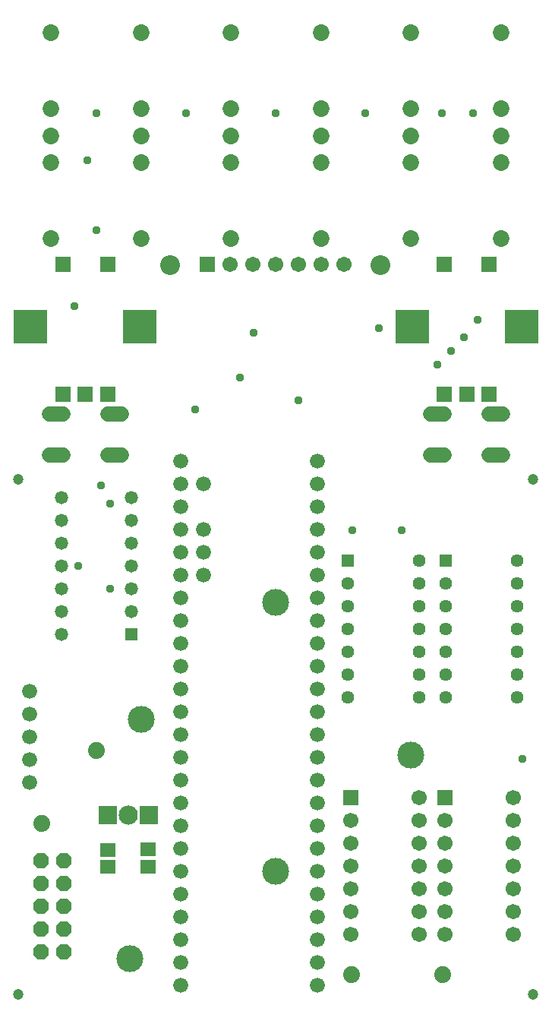
<source format=gbr>
G04 EAGLE Gerber RS-274X export*
G75*
%MOMM*%
%FSLAX34Y34*%
%LPD*%
%INSoldermask Top*%
%IPPOS*%
%AMOC8*
5,1,8,0,0,1.08239X$1,22.5*%
G01*
%ADD10C,1.879600*%
%ADD11R,1.711200X1.711200*%
%ADD12R,3.759200X3.759200*%
%ADD13P,1.869504X8X112.500000*%
%ADD14C,1.676400*%
%ADD15R,2.133600X2.133600*%
%ADD16C,2.133600*%
%ADD17C,3.003200*%
%ADD18C,1.853200*%
%ADD19C,1.727200*%
%ADD20C,2.203200*%
%ADD21C,1.711200*%
%ADD22R,1.470200X1.470200*%
%ADD23C,1.470200*%
%ADD24R,1.441200X1.441200*%
%ADD25C,1.441200*%
%ADD26R,1.701800X1.701800*%
%ADD27C,1.701800*%
%ADD28C,1.203200*%
%ADD29R,1.703200X1.503200*%
%ADD30C,0.959600*%


D10*
X39090Y203673D03*
X99950Y285027D03*
D11*
X62350Y681920D03*
X87350Y681920D03*
X112350Y681920D03*
X62350Y826920D03*
X112350Y826920D03*
D12*
X26350Y756920D03*
X148350Y756920D03*
D13*
X38310Y60450D03*
X38310Y85850D03*
X38310Y111250D03*
X38310Y136650D03*
X38310Y162050D03*
X63710Y60450D03*
X63710Y85850D03*
X63710Y111250D03*
X63710Y136650D03*
X63710Y162050D03*
D14*
X346160Y556610D03*
X346160Y531210D03*
X346160Y505810D03*
X346160Y480410D03*
X346160Y455010D03*
X346160Y429610D03*
X346160Y404210D03*
X346160Y378810D03*
X346160Y353410D03*
X346160Y328010D03*
X346160Y302610D03*
X346160Y277210D03*
X193760Y277210D03*
X193760Y302610D03*
X193760Y328010D03*
X193760Y353410D03*
X193760Y378810D03*
X193760Y404210D03*
X193760Y429610D03*
X193760Y455010D03*
X193760Y480410D03*
X193760Y505810D03*
X193760Y531210D03*
X346160Y582010D03*
X193760Y556610D03*
X193760Y582010D03*
X346160Y607410D03*
X193760Y607410D03*
X346160Y251810D03*
X193760Y251810D03*
X346160Y226410D03*
X346160Y201010D03*
X346160Y175610D03*
X346160Y150210D03*
X346160Y124810D03*
X346160Y99410D03*
X346160Y74010D03*
X346160Y48610D03*
X346160Y23210D03*
X193760Y23210D03*
X193760Y48610D03*
X193760Y74010D03*
X193760Y99410D03*
X193760Y124810D03*
X193760Y150210D03*
X193760Y175610D03*
X193760Y201010D03*
X193760Y226410D03*
X219160Y582010D03*
X219160Y531210D03*
X219160Y505810D03*
X219160Y480410D03*
D15*
X112660Y212744D03*
D16*
X135520Y212744D03*
D15*
X158380Y212744D03*
D17*
X136790Y52724D03*
D18*
X551180Y855002D03*
X551180Y940002D03*
X551180Y970002D03*
X250190Y1085050D03*
X250190Y1000050D03*
X250190Y970050D03*
X149860Y1085050D03*
X149860Y1000050D03*
X149860Y970050D03*
X49530Y1085050D03*
X49530Y1000050D03*
X49530Y970050D03*
X450850Y855002D03*
X450850Y940002D03*
X450850Y970002D03*
X350520Y855002D03*
X350520Y940002D03*
X350520Y970002D03*
X250190Y855002D03*
X250190Y940002D03*
X250190Y970002D03*
X149860Y855002D03*
X149860Y940002D03*
X149860Y970002D03*
X49530Y855002D03*
X49530Y940002D03*
X49530Y970002D03*
X551180Y1085050D03*
X551180Y1000050D03*
X551180Y970050D03*
X450850Y1085050D03*
X450850Y1000050D03*
X450850Y970050D03*
X350520Y1085050D03*
X350520Y1000050D03*
X350520Y970050D03*
D19*
X127582Y614364D02*
X112342Y614364D01*
X112342Y659576D02*
X127582Y659576D01*
X62558Y614364D02*
X47318Y614364D01*
X47318Y659576D02*
X62558Y659576D01*
X537772Y614164D02*
X553012Y614164D01*
X553012Y659376D02*
X537772Y659376D01*
X487988Y614164D02*
X472748Y614164D01*
X472748Y659376D02*
X487988Y659376D01*
D11*
X487780Y681820D03*
X512780Y681820D03*
X537780Y681820D03*
X487780Y826820D03*
X537780Y826820D03*
D12*
X451780Y756820D03*
X573780Y756820D03*
D20*
X181850Y825805D03*
X416610Y825805D03*
D11*
X223250Y826600D03*
D21*
X248650Y826600D03*
X274050Y826600D03*
X299450Y826600D03*
X324850Y826600D03*
X350250Y826600D03*
X375650Y826600D03*
D22*
X139050Y413800D03*
D23*
X139050Y439200D03*
X139050Y464600D03*
X139050Y490000D03*
X139050Y515400D03*
X139050Y540800D03*
X139050Y566200D03*
X60950Y566200D03*
X60950Y540800D03*
X60950Y515400D03*
X60950Y490000D03*
X60950Y464600D03*
X60950Y439200D03*
X60950Y413800D03*
D24*
X489200Y496200D03*
D25*
X489200Y470800D03*
X489200Y445400D03*
X489200Y420000D03*
X489200Y394600D03*
X489200Y369200D03*
X489200Y343800D03*
X568600Y343800D03*
X568600Y369200D03*
X568600Y394600D03*
X568600Y420000D03*
X568600Y445400D03*
X568600Y470800D03*
X568600Y496200D03*
D24*
X380300Y496200D03*
D25*
X380300Y470800D03*
X380300Y445400D03*
X380300Y420000D03*
X380300Y394600D03*
X380300Y369200D03*
X380300Y343800D03*
X459700Y343800D03*
X459700Y369200D03*
X459700Y394600D03*
X459700Y420000D03*
X459700Y445400D03*
X459700Y470800D03*
X459700Y496200D03*
D10*
X485800Y35000D03*
X384200Y35000D03*
D26*
X383800Y232400D03*
D27*
X383800Y207000D03*
X383800Y181600D03*
X383800Y156200D03*
X383800Y130800D03*
X383800Y105400D03*
X383800Y80000D03*
X460000Y80000D03*
X460000Y105400D03*
X460000Y130800D03*
X460000Y156200D03*
X460000Y181600D03*
X460000Y207000D03*
X460000Y232400D03*
D26*
X488800Y232400D03*
D27*
X488800Y207000D03*
X488800Y181600D03*
X488800Y156200D03*
X488800Y130800D03*
X488800Y105400D03*
X488800Y80000D03*
X565000Y80000D03*
X565000Y105400D03*
X565000Y130800D03*
X565000Y156200D03*
X565000Y181600D03*
X565000Y207000D03*
X565000Y232400D03*
D28*
X587080Y587080D03*
X587080Y13080D03*
X13080Y587080D03*
X13080Y13080D03*
D14*
X25760Y350880D03*
X25760Y325480D03*
X25760Y300080D03*
X25760Y274680D03*
X25760Y249280D03*
D17*
X300067Y449905D03*
X300067Y150185D03*
X450207Y279445D03*
X150207Y319445D03*
D29*
X112500Y173800D03*
X112500Y154800D03*
X157500Y174500D03*
X157500Y155500D03*
D30*
X210000Y665000D03*
X75000Y780000D03*
X325000Y675000D03*
X415000Y755000D03*
X260000Y700000D03*
X275000Y750000D03*
X105000Y580000D03*
X80000Y490000D03*
X100000Y995000D03*
X115000Y465000D03*
X115000Y560000D03*
X200000Y995000D03*
X100000Y865000D03*
X90000Y942500D03*
X495000Y730000D03*
X510000Y745000D03*
X480000Y715000D03*
X525000Y765000D03*
X575000Y275000D03*
X300000Y995000D03*
X400000Y995000D03*
X385000Y530000D03*
X440000Y530000D03*
X485000Y995000D03*
X520000Y995000D03*
M02*

</source>
